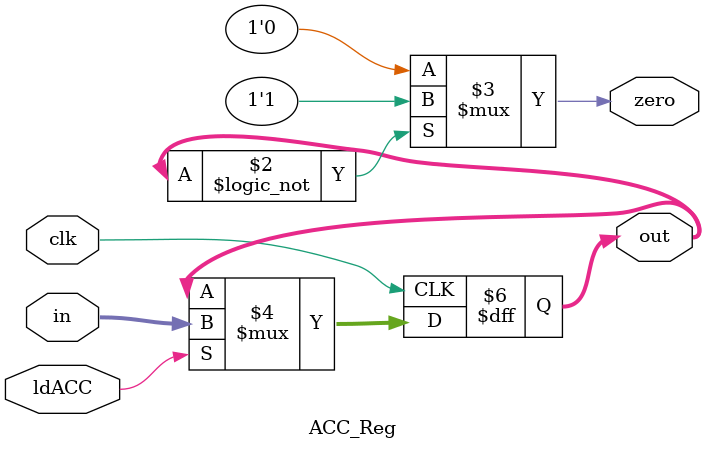
<source format=v>
module ACC_Reg (clk, ldACC, in, out, zero);
  
	input clk, ldACC;
	input [15:0] in;
	output reg [15:0] out;
	output zero;

	always @(posedge clk) begin
		if (ldACC) out <= in;
	end

	assign zero = (out == 16'd0) ? 1'b1 : 1'b0;

endmodule
</source>
